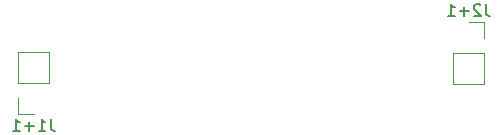
<source format=gbr>
G04 #@! TF.GenerationSoftware,KiCad,Pcbnew,(5.1.5)-3*
G04 #@! TF.CreationDate,2020-04-21T00:00:34+02:00*
G04 #@! TF.ProjectId,Multiplex,4d756c74-6970-46c6-9578-2e6b69636164,rev?*
G04 #@! TF.SameCoordinates,Original*
G04 #@! TF.FileFunction,Legend,Bot*
G04 #@! TF.FilePolarity,Positive*
%FSLAX46Y46*%
G04 Gerber Fmt 4.6, Leading zero omitted, Abs format (unit mm)*
G04 Created by KiCad (PCBNEW (5.1.5)-3) date 2020-04-21 00:00:34*
%MOMM*%
%LPD*%
G04 APERTURE LIST*
%ADD10C,0.120000*%
%ADD11C,0.150000*%
G04 APERTURE END LIST*
D10*
X182940000Y-97730000D02*
X181610000Y-97730000D01*
X182940000Y-99060000D02*
X182940000Y-97730000D01*
X182940000Y-100330000D02*
X180280000Y-100330000D01*
X180280000Y-100330000D02*
X180280000Y-102930000D01*
X182940000Y-100330000D02*
X182940000Y-102930000D01*
X182940000Y-102930000D02*
X180280000Y-102930000D01*
X143450000Y-105470000D02*
X144780000Y-105470000D01*
X143450000Y-104140000D02*
X143450000Y-105470000D01*
X143450000Y-102870000D02*
X146110000Y-102870000D01*
X146110000Y-102870000D02*
X146110000Y-100270000D01*
X143450000Y-102870000D02*
X143450000Y-100270000D01*
X143450000Y-100270000D02*
X146110000Y-100270000D01*
D11*
X183038571Y-96182380D02*
X183038571Y-96896666D01*
X183086190Y-97039523D01*
X183181428Y-97134761D01*
X183324285Y-97182380D01*
X183419523Y-97182380D01*
X182610000Y-96277619D02*
X182562380Y-96230000D01*
X182467142Y-96182380D01*
X182229047Y-96182380D01*
X182133809Y-96230000D01*
X182086190Y-96277619D01*
X182038571Y-96372857D01*
X182038571Y-96468095D01*
X182086190Y-96610952D01*
X182657619Y-97182380D01*
X182038571Y-97182380D01*
X181610000Y-96801428D02*
X180848095Y-96801428D01*
X181229047Y-97182380D02*
X181229047Y-96420476D01*
X179848095Y-97182380D02*
X180419523Y-97182380D01*
X180133809Y-97182380D02*
X180133809Y-96182380D01*
X180229047Y-96325238D01*
X180324285Y-96420476D01*
X180419523Y-96468095D01*
X146208571Y-105922380D02*
X146208571Y-106636666D01*
X146256190Y-106779523D01*
X146351428Y-106874761D01*
X146494285Y-106922380D01*
X146589523Y-106922380D01*
X145208571Y-106922380D02*
X145780000Y-106922380D01*
X145494285Y-106922380D02*
X145494285Y-105922380D01*
X145589523Y-106065238D01*
X145684761Y-106160476D01*
X145780000Y-106208095D01*
X144780000Y-106541428D02*
X144018095Y-106541428D01*
X144399047Y-106922380D02*
X144399047Y-106160476D01*
X143018095Y-106922380D02*
X143589523Y-106922380D01*
X143303809Y-106922380D02*
X143303809Y-105922380D01*
X143399047Y-106065238D01*
X143494285Y-106160476D01*
X143589523Y-106208095D01*
M02*

</source>
